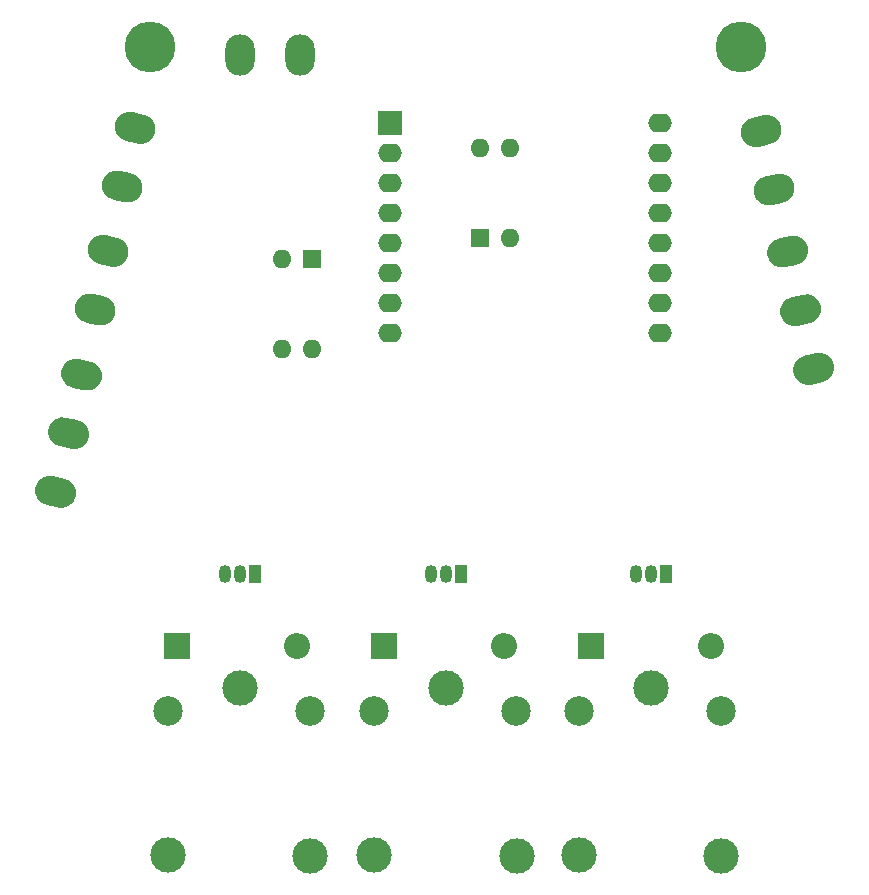
<source format=gbr>
%TF.GenerationSoftware,KiCad,Pcbnew,5.1.9*%
%TF.CreationDate,2021-02-19T00:33:09+01:00*%
%TF.ProjectId,klingel,6b6c696e-6765-46c2-9e6b-696361645f70,rev?*%
%TF.SameCoordinates,Original*%
%TF.FileFunction,Soldermask,Bot*%
%TF.FilePolarity,Negative*%
%FSLAX46Y46*%
G04 Gerber Fmt 4.6, Leading zero omitted, Abs format (unit mm)*
G04 Created by KiCad (PCBNEW 5.1.9) date 2021-02-19 00:33:09*
%MOMM*%
%LPD*%
G01*
G04 APERTURE LIST*
%ADD10O,2.000000X1.600000*%
%ADD11R,2.000000X2.000000*%
%ADD12O,1.600000X1.600000*%
%ADD13R,1.600000X1.600000*%
%ADD14C,4.300000*%
%ADD15R,1.050000X1.500000*%
%ADD16O,1.050000X1.500000*%
%ADD17C,3.000000*%
%ADD18C,2.500000*%
%ADD19O,2.500000X3.500000*%
%ADD20O,2.200000X2.200000*%
%ADD21R,2.200000X2.200000*%
G04 APERTURE END LIST*
D10*
%TO.C,U3*%
X118110000Y-51435000D03*
X118110000Y-53975000D03*
X118110000Y-56515000D03*
X118110000Y-59055000D03*
X118110000Y-61595000D03*
X118110000Y-64135000D03*
X118110000Y-66675000D03*
X118110000Y-69215000D03*
X95250000Y-69215000D03*
X95250000Y-66675000D03*
X95250000Y-64135000D03*
X95250000Y-61595000D03*
X95250000Y-59055000D03*
X95250000Y-56515000D03*
D11*
X95250000Y-51435000D03*
D10*
X95250000Y-53975000D03*
%TD*%
D12*
%TO.C,U5*%
X88646000Y-70612000D03*
X86106000Y-62992000D03*
X86106000Y-70612000D03*
D13*
X88646000Y-62992000D03*
%TD*%
%TO.C,J4*%
G36*
G01*
X72384645Y-55507202D02*
X73360941Y-55723642D01*
G75*
G02*
X74310761Y-57214562I-270550J-1220370D01*
G01*
X74310761Y-57214562D01*
G75*
G02*
X72819841Y-58164382I-1220370J270550D01*
G01*
X71843545Y-57947942D01*
G75*
G02*
X70893725Y-56457022I270550J1220370D01*
G01*
X70893725Y-56457022D01*
G75*
G02*
X72384645Y-55507202I1220370J-270550D01*
G01*
G37*
G36*
G01*
X73484159Y-50547618D02*
X74460455Y-50764058D01*
G75*
G02*
X75410275Y-52254978I-270550J-1220370D01*
G01*
X75410275Y-52254978D01*
G75*
G02*
X73919355Y-53204798I-1220370J270550D01*
G01*
X72943059Y-52988358D01*
G75*
G02*
X71993239Y-51497438I270550J1220370D01*
G01*
X71993239Y-51497438D01*
G75*
G02*
X73484159Y-50547618I1220370J-270550D01*
G01*
G37*
%TD*%
D14*
%TO.C,H2*%
X125000000Y-45000000D03*
%TD*%
%TO.C,H1*%
X75000000Y-45000000D03*
%TD*%
D12*
%TO.C,U4*%
X102870000Y-53594000D03*
X105410000Y-61214000D03*
X105410000Y-53594000D03*
D13*
X102870000Y-61214000D03*
%TD*%
D15*
%TO.C,Q3*%
X118618000Y-89598500D03*
D16*
X116078000Y-89598500D03*
X117348000Y-89598500D03*
%TD*%
D15*
%TO.C,Q2*%
X83820000Y-89662000D03*
D16*
X81280000Y-89662000D03*
X82550000Y-89662000D03*
%TD*%
D15*
%TO.C,Q1*%
X101282500Y-89662000D03*
D16*
X98742500Y-89662000D03*
X100012500Y-89662000D03*
%TD*%
D17*
%TO.C,K3*%
X100000000Y-99314000D03*
D18*
X105950000Y-101264000D03*
D17*
X106000000Y-113514000D03*
X93950000Y-113464000D03*
D18*
X93950000Y-101264000D03*
%TD*%
D17*
%TO.C,K2*%
X82550000Y-99314000D03*
D18*
X88500000Y-101264000D03*
D17*
X88550000Y-113514000D03*
X76500000Y-113464000D03*
D18*
X76500000Y-101264000D03*
%TD*%
D17*
%TO.C,K1*%
X117348000Y-99314000D03*
D18*
X123298000Y-101264000D03*
D17*
X123348000Y-113514000D03*
X111298000Y-113464000D03*
D18*
X111298000Y-101264000D03*
%TD*%
D19*
%TO.C,J6*%
X82550000Y-45720000D03*
X87630000Y-45720000D03*
%TD*%
%TO.C,J5*%
G36*
G01*
X70098645Y-65921202D02*
X71074941Y-66137642D01*
G75*
G02*
X72024761Y-67628562I-270550J-1220370D01*
G01*
X72024761Y-67628562D01*
G75*
G02*
X70533841Y-68578382I-1220370J270550D01*
G01*
X69557545Y-68361942D01*
G75*
G02*
X68607725Y-66871022I270550J1220370D01*
G01*
X68607725Y-66871022D01*
G75*
G02*
X70098645Y-65921202I1220370J-270550D01*
G01*
G37*
G36*
G01*
X71198159Y-60961618D02*
X72174455Y-61178058D01*
G75*
G02*
X73124275Y-62668978I-270550J-1220370D01*
G01*
X73124275Y-62668978D01*
G75*
G02*
X71633355Y-63618798I-1220370J270550D01*
G01*
X70657059Y-63402358D01*
G75*
G02*
X69707239Y-61911438I270550J1220370D01*
G01*
X69707239Y-61911438D01*
G75*
G02*
X71198159Y-60961618I1220370J-270550D01*
G01*
G37*
%TD*%
%TO.C,J3*%
G36*
G01*
X129707185Y-63462566D02*
X128730889Y-63679006D01*
G75*
G02*
X127239969Y-62729186I-270550J1220370D01*
G01*
X127239969Y-62729186D01*
G75*
G02*
X128189789Y-61238266I1220370J270550D01*
G01*
X129166085Y-61021826D01*
G75*
G02*
X130657005Y-61971646I270550J-1220370D01*
G01*
X130657005Y-61971646D01*
G75*
G02*
X129707185Y-63462566I-1220370J-270550D01*
G01*
G37*
G36*
G01*
X130806698Y-68422150D02*
X129830402Y-68638590D01*
G75*
G02*
X128339482Y-67688770I-270550J1220370D01*
G01*
X128339482Y-67688770D01*
G75*
G02*
X129289302Y-66197850I1220370J270550D01*
G01*
X130265598Y-65981410D01*
G75*
G02*
X131756518Y-66931230I270550J-1220370D01*
G01*
X131756518Y-66931230D01*
G75*
G02*
X130806698Y-68422150I-1220370J-270550D01*
G01*
G37*
G36*
G01*
X131906211Y-73381734D02*
X130929915Y-73598174D01*
G75*
G02*
X129438995Y-72648354I-270550J1220370D01*
G01*
X129438995Y-72648354D01*
G75*
G02*
X130388815Y-71157434I1220370J270550D01*
G01*
X131365111Y-70940994D01*
G75*
G02*
X132856031Y-71890814I270550J-1220370D01*
G01*
X132856031Y-71890814D01*
G75*
G02*
X131906211Y-73381734I-1220370J-270550D01*
G01*
G37*
%TD*%
%TO.C,J2*%
G36*
G01*
X127462941Y-53242358D02*
X126486645Y-53458798D01*
G75*
G02*
X124995725Y-52508978I-270550J1220370D01*
G01*
X124995725Y-52508978D01*
G75*
G02*
X125945545Y-51018058I1220370J270550D01*
G01*
X126921841Y-50801618D01*
G75*
G02*
X128412761Y-51751438I270550J-1220370D01*
G01*
X128412761Y-51751438D01*
G75*
G02*
X127462941Y-53242358I-1220370J-270550D01*
G01*
G37*
G36*
G01*
X128562455Y-58201942D02*
X127586159Y-58418382D01*
G75*
G02*
X126095239Y-57468562I-270550J1220370D01*
G01*
X126095239Y-57468562D01*
G75*
G02*
X127045059Y-55977642I1220370J270550D01*
G01*
X128021355Y-55761202D01*
G75*
G02*
X129512275Y-56711022I270550J-1220370D01*
G01*
X129512275Y-56711022D01*
G75*
G02*
X128562455Y-58201942I-1220370J-270550D01*
G01*
G37*
%TD*%
%TO.C,J1*%
G36*
G01*
X66754889Y-81354994D02*
X67731185Y-81571434D01*
G75*
G02*
X68681005Y-83062354I-270550J-1220370D01*
G01*
X68681005Y-83062354D01*
G75*
G02*
X67190085Y-84012174I-1220370J270550D01*
G01*
X66213789Y-83795734D01*
G75*
G02*
X65263969Y-82304814I270550J1220370D01*
G01*
X65263969Y-82304814D01*
G75*
G02*
X66754889Y-81354994I1220370J-270550D01*
G01*
G37*
G36*
G01*
X67854402Y-76395410D02*
X68830698Y-76611850D01*
G75*
G02*
X69780518Y-78102770I-270550J-1220370D01*
G01*
X69780518Y-78102770D01*
G75*
G02*
X68289598Y-79052590I-1220370J270550D01*
G01*
X67313302Y-78836150D01*
G75*
G02*
X66363482Y-77345230I270550J1220370D01*
G01*
X66363482Y-77345230D01*
G75*
G02*
X67854402Y-76395410I1220370J-270550D01*
G01*
G37*
G36*
G01*
X68953915Y-71435826D02*
X69930211Y-71652266D01*
G75*
G02*
X70880031Y-73143186I-270550J-1220370D01*
G01*
X70880031Y-73143186D01*
G75*
G02*
X69389111Y-74093006I-1220370J270550D01*
G01*
X68412815Y-73876566D01*
G75*
G02*
X67462995Y-72385646I270550J1220370D01*
G01*
X67462995Y-72385646D01*
G75*
G02*
X68953915Y-71435826I1220370J-270550D01*
G01*
G37*
%TD*%
D20*
%TO.C,D6*%
X104902000Y-95758000D03*
D21*
X94742000Y-95758000D03*
%TD*%
D20*
%TO.C,D2*%
X87376000Y-95758000D03*
D21*
X77216000Y-95758000D03*
%TD*%
D20*
%TO.C,D1*%
X122428000Y-95758000D03*
D21*
X112268000Y-95758000D03*
%TD*%
M02*

</source>
